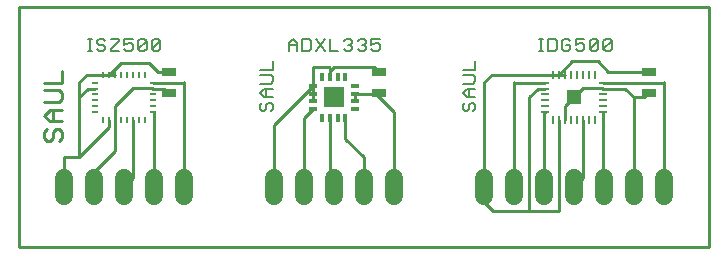
<source format=gtl>
G75*
G70*
%OFA0B0*%
%FSLAX24Y24*%
%IPPOS*%
%LPD*%
%AMOC8*
5,1,8,0,0,1.08239X$1,22.5*
%
%ADD10C,0.0000*%
%ADD11C,0.0110*%
%ADD12C,0.0080*%
%ADD13R,0.0689X0.0689*%
%ADD14R,0.0256X0.0146*%
%ADD15R,0.0146X0.0256*%
%ADD16R,0.0098X0.0236*%
%ADD17R,0.0236X0.0098*%
%ADD18R,0.0315X0.0098*%
%ADD19R,0.0098X0.0315*%
%ADD20R,0.0472X0.0472*%
%ADD21C,0.0600*%
%ADD22R,0.0472X0.0315*%
%ADD23C,0.0100*%
D10*
X000151Y000151D02*
X000151Y008151D01*
X000151Y000151D02*
X023151Y000151D01*
X023151Y008151D01*
D11*
X001596Y006033D02*
X001596Y005640D01*
X001006Y005640D01*
X001006Y005389D02*
X001498Y005389D01*
X001596Y005290D01*
X001596Y005094D01*
X001498Y004995D01*
X001006Y004995D01*
X001203Y004744D02*
X001596Y004744D01*
X001301Y004744D02*
X001301Y004351D01*
X001203Y004351D02*
X001006Y004548D01*
X001203Y004744D01*
X001203Y004351D02*
X001596Y004351D01*
X001498Y004100D02*
X001596Y004001D01*
X001596Y003805D01*
X001498Y003706D01*
X001301Y003805D02*
X001301Y004001D01*
X001399Y004100D01*
X001498Y004100D01*
X001104Y004100D02*
X001006Y004001D01*
X001006Y003805D01*
X001104Y003706D01*
X001203Y003706D01*
X001301Y003805D01*
D12*
X008191Y004761D02*
X008261Y004691D01*
X008331Y004691D01*
X008401Y004761D01*
X008401Y004901D01*
X008471Y004971D01*
X008541Y004971D01*
X008611Y004901D01*
X008611Y004761D01*
X008541Y004691D01*
X008191Y004761D02*
X008191Y004901D01*
X008261Y004971D01*
X008331Y005152D02*
X008191Y005292D01*
X008331Y005432D01*
X008611Y005432D01*
X008401Y005432D02*
X008401Y005152D01*
X008331Y005152D02*
X008611Y005152D01*
X008541Y005612D02*
X008191Y005612D01*
X008541Y005612D02*
X008611Y005682D01*
X008611Y005822D01*
X008541Y005892D01*
X008191Y005892D01*
X008191Y006072D02*
X008611Y006072D01*
X008611Y006352D01*
X009141Y006691D02*
X009141Y006971D01*
X009281Y007112D01*
X009421Y006971D01*
X009421Y006691D01*
X009602Y006691D02*
X009812Y006691D01*
X009882Y006761D01*
X009882Y007041D01*
X009812Y007112D01*
X009602Y007112D01*
X009602Y006691D01*
X010062Y006691D02*
X010342Y007112D01*
X010522Y007112D02*
X010522Y006691D01*
X010802Y006691D01*
X010983Y006761D02*
X011053Y006691D01*
X011193Y006691D01*
X011263Y006761D01*
X011263Y006831D01*
X011193Y006901D01*
X011123Y006901D01*
X011193Y006901D02*
X011263Y006971D01*
X011263Y007041D01*
X011193Y007112D01*
X011053Y007112D01*
X010983Y007041D01*
X011443Y007041D02*
X011513Y007112D01*
X011653Y007112D01*
X011723Y007041D01*
X011723Y006971D01*
X011653Y006901D01*
X011723Y006831D01*
X011723Y006761D01*
X011653Y006691D01*
X011513Y006691D01*
X011443Y006761D01*
X011583Y006901D02*
X011653Y006901D01*
X011903Y006901D02*
X012043Y006971D01*
X012113Y006971D01*
X012184Y006901D01*
X012184Y006761D01*
X012113Y006691D01*
X011973Y006691D01*
X011903Y006761D01*
X011903Y006901D02*
X011903Y007112D01*
X012184Y007112D01*
X010342Y006691D02*
X010062Y007112D01*
X009421Y006901D02*
X009141Y006901D01*
X004870Y006761D02*
X004800Y006691D01*
X004660Y006691D01*
X004589Y006761D01*
X004870Y007041D01*
X004870Y006761D01*
X004589Y006761D02*
X004589Y007041D01*
X004660Y007112D01*
X004800Y007112D01*
X004870Y007041D01*
X004409Y007041D02*
X004129Y006761D01*
X004199Y006691D01*
X004339Y006691D01*
X004409Y006761D01*
X004409Y007041D01*
X004339Y007112D01*
X004199Y007112D01*
X004129Y007041D01*
X004129Y006761D01*
X003949Y006761D02*
X003879Y006691D01*
X003739Y006691D01*
X003669Y006761D01*
X003489Y006691D02*
X003208Y006691D01*
X003208Y006761D01*
X003489Y007041D01*
X003489Y007112D01*
X003208Y007112D01*
X003028Y007041D02*
X002958Y007112D01*
X002818Y007112D01*
X002748Y007041D01*
X002748Y006971D01*
X002818Y006901D01*
X002958Y006901D01*
X003028Y006831D01*
X003028Y006761D01*
X002958Y006691D01*
X002818Y006691D01*
X002748Y006761D01*
X002581Y006691D02*
X002441Y006691D01*
X002511Y006691D02*
X002511Y007112D01*
X002441Y007112D02*
X002581Y007112D01*
X003669Y007112D02*
X003669Y006901D01*
X003809Y006971D01*
X003879Y006971D01*
X003949Y006901D01*
X003949Y006761D01*
X003949Y007112D02*
X003669Y007112D01*
X014941Y006072D02*
X015361Y006072D01*
X015361Y006352D01*
X015291Y005892D02*
X014941Y005892D01*
X015291Y005892D02*
X015361Y005822D01*
X015361Y005682D01*
X015291Y005612D01*
X014941Y005612D01*
X015081Y005432D02*
X015361Y005432D01*
X015151Y005432D02*
X015151Y005152D01*
X015081Y005152D02*
X015361Y005152D01*
X015081Y005152D02*
X014941Y005292D01*
X015081Y005432D01*
X015011Y004971D02*
X014941Y004901D01*
X014941Y004761D01*
X015011Y004691D01*
X015081Y004691D01*
X015151Y004761D01*
X015151Y004901D01*
X015221Y004971D01*
X015291Y004971D01*
X015361Y004901D01*
X015361Y004761D01*
X015291Y004691D01*
X017491Y006691D02*
X017631Y006691D01*
X017561Y006691D02*
X017561Y007112D01*
X017491Y007112D02*
X017631Y007112D01*
X017798Y007112D02*
X018008Y007112D01*
X018078Y007041D01*
X018078Y006761D01*
X018008Y006691D01*
X017798Y006691D01*
X017798Y007112D01*
X018258Y007041D02*
X018258Y006761D01*
X018328Y006691D01*
X018469Y006691D01*
X018539Y006761D01*
X018539Y006901D01*
X018399Y006901D01*
X018539Y007041D02*
X018469Y007112D01*
X018328Y007112D01*
X018258Y007041D01*
X018719Y007112D02*
X018719Y006901D01*
X018859Y006971D01*
X018929Y006971D01*
X018999Y006901D01*
X018999Y006761D01*
X018929Y006691D01*
X018789Y006691D01*
X018719Y006761D01*
X019179Y006761D02*
X019249Y006691D01*
X019389Y006691D01*
X019459Y006761D01*
X019459Y007041D01*
X019179Y006761D01*
X019179Y007041D01*
X019249Y007112D01*
X019389Y007112D01*
X019459Y007041D01*
X019639Y007041D02*
X019710Y007112D01*
X019850Y007112D01*
X019920Y007041D01*
X019639Y006761D01*
X019710Y006691D01*
X019850Y006691D01*
X019920Y006761D01*
X019920Y007041D01*
X019639Y007041D02*
X019639Y006761D01*
X018999Y007112D02*
X018719Y007112D01*
D13*
X010651Y005151D03*
D14*
X009962Y005023D03*
X009962Y004767D03*
X009962Y005279D03*
X009962Y005535D03*
X011340Y005535D03*
X011340Y005279D03*
X011340Y005023D03*
X011340Y004767D03*
D15*
X011035Y004462D03*
X010779Y004462D03*
X010523Y004462D03*
X010267Y004462D03*
X010267Y005840D03*
X010523Y005840D03*
X010779Y005840D03*
X011035Y005840D03*
D16*
X004343Y005909D03*
X004146Y005909D03*
X003950Y005909D03*
X003753Y005909D03*
X003556Y005909D03*
X003359Y005909D03*
X003162Y005909D03*
X002965Y005909D03*
X002965Y004393D03*
X003162Y004393D03*
X003359Y004393D03*
X003556Y004393D03*
X003753Y004393D03*
X003950Y004393D03*
X004146Y004393D03*
X004343Y004393D03*
D17*
X004609Y004659D03*
X004609Y004856D03*
X004609Y005053D03*
X004609Y005250D03*
X004609Y005446D03*
X004609Y005643D03*
X002700Y005643D03*
X002700Y005446D03*
X002700Y005250D03*
X002700Y005053D03*
X002700Y004856D03*
X002700Y004659D03*
D18*
X017700Y004659D03*
X017700Y004856D03*
X017700Y005053D03*
X017700Y005250D03*
X017700Y005446D03*
X017700Y005643D03*
X019609Y005643D03*
X019609Y005446D03*
X019609Y005250D03*
X019609Y005053D03*
X019609Y004856D03*
X019609Y004659D03*
D19*
X019343Y004393D03*
X019146Y004393D03*
X018950Y004393D03*
X018753Y004393D03*
X018556Y004393D03*
X018359Y004393D03*
X018162Y004393D03*
X017965Y004393D03*
X017965Y005909D03*
X018162Y005909D03*
X018359Y005909D03*
X018556Y005909D03*
X018753Y005909D03*
X018950Y005909D03*
X019146Y005909D03*
X019343Y005909D03*
D20*
X018651Y005151D03*
D21*
X018651Y002451D02*
X018651Y001851D01*
X019651Y001851D02*
X019651Y002451D01*
X020651Y002451D02*
X020651Y001851D01*
X021651Y001851D02*
X021651Y002451D01*
X017651Y002451D02*
X017651Y001851D01*
X016651Y001851D02*
X016651Y002451D01*
X015651Y002451D02*
X015651Y001851D01*
X012651Y001851D02*
X012651Y002451D01*
X011651Y002451D02*
X011651Y001851D01*
X010651Y001851D02*
X010651Y002451D01*
X009651Y002451D02*
X009651Y001851D01*
X008651Y001851D02*
X008651Y002451D01*
X005651Y002451D02*
X005651Y001851D01*
X004651Y001851D02*
X004651Y002451D01*
X003651Y002451D02*
X003651Y001851D01*
X002651Y001851D02*
X002651Y002451D01*
X001651Y002451D02*
X001651Y001851D01*
D22*
X005151Y005297D03*
X005151Y006006D03*
X012151Y006006D03*
X012151Y005297D03*
X021151Y005297D03*
X021151Y006006D03*
D23*
X000151Y008151D02*
X000151Y000151D01*
X023151Y000151D01*
X023151Y008151D01*
X000151Y008151D01*
X003162Y005909D02*
X003554Y006301D01*
X004501Y006301D01*
X004797Y006006D01*
X005151Y006006D01*
X005643Y005643D02*
X005651Y005651D01*
X005643Y005643D02*
X005643Y002159D01*
X005651Y002151D01*
X004651Y002151D02*
X004651Y004651D01*
X004643Y004659D01*
X004609Y004659D01*
X003950Y004393D02*
X003950Y002450D01*
X003651Y002151D01*
X002651Y002151D02*
X002651Y002651D01*
X003359Y003359D01*
X003359Y004393D01*
X003359Y004859D01*
X003951Y005451D01*
X004604Y005451D01*
X004609Y005446D01*
X005002Y005446D01*
X005151Y005297D01*
X005643Y005643D02*
X004609Y005643D01*
X003359Y005909D02*
X003162Y005909D01*
X002965Y005909D01*
X002409Y005909D01*
X002151Y005651D01*
X002151Y005151D01*
X002151Y003151D01*
X001651Y003151D01*
X001651Y002151D01*
X002151Y003151D02*
X003162Y004162D01*
X003162Y004393D01*
X002151Y005151D02*
X002446Y005446D01*
X002700Y005446D01*
X008651Y004224D02*
X009962Y005535D01*
X009951Y005546D01*
X009951Y006151D01*
X010501Y006151D01*
X010523Y006129D01*
X010523Y005840D01*
X010523Y006023D01*
X010651Y006151D01*
X012006Y006151D01*
X012151Y006006D01*
X012151Y005297D02*
X012297Y005297D01*
X012151Y005151D01*
X012023Y005279D01*
X011340Y005279D01*
X011340Y005023D01*
X012151Y005151D02*
X012651Y004651D01*
X012651Y002151D01*
X011651Y002151D02*
X011651Y003151D01*
X011035Y003767D01*
X011035Y004462D01*
X010523Y004462D02*
X010523Y002279D01*
X010651Y002151D01*
X009651Y002151D02*
X009651Y004456D01*
X009962Y004767D01*
X009962Y005023D02*
X009962Y005279D01*
X009962Y005535D01*
X008651Y004224D02*
X008651Y002151D01*
X015651Y002151D02*
X015651Y001651D01*
X015951Y001351D01*
X017151Y001351D01*
X018151Y001351D01*
X018162Y001362D01*
X018162Y004393D01*
X018359Y004393D02*
X018359Y004859D01*
X018951Y005451D01*
X019604Y005451D01*
X019609Y005446D01*
X020356Y005446D01*
X020651Y005151D01*
X021006Y005151D01*
X021151Y005297D01*
X020651Y005151D02*
X020651Y002151D01*
X019651Y002151D02*
X019609Y002193D01*
X019609Y004659D01*
X018950Y004393D02*
X018950Y002450D01*
X018651Y002151D01*
X017651Y002151D02*
X017651Y004611D01*
X017700Y004659D01*
X017151Y005151D02*
X017151Y001351D01*
X016651Y002151D02*
X016651Y005651D01*
X016659Y005643D01*
X017700Y005643D01*
X017700Y005446D02*
X017446Y005446D01*
X017151Y005151D01*
X015909Y005909D02*
X015651Y005651D01*
X015651Y002151D01*
X021651Y002151D02*
X021651Y005651D01*
X021643Y005643D01*
X019609Y005643D01*
X019797Y006006D02*
X019451Y006351D01*
X018604Y006351D01*
X018162Y005909D01*
X017965Y005909D01*
X015909Y005909D01*
X018162Y005909D02*
X018359Y005909D01*
X019797Y006006D02*
X021151Y006006D01*
M02*

</source>
